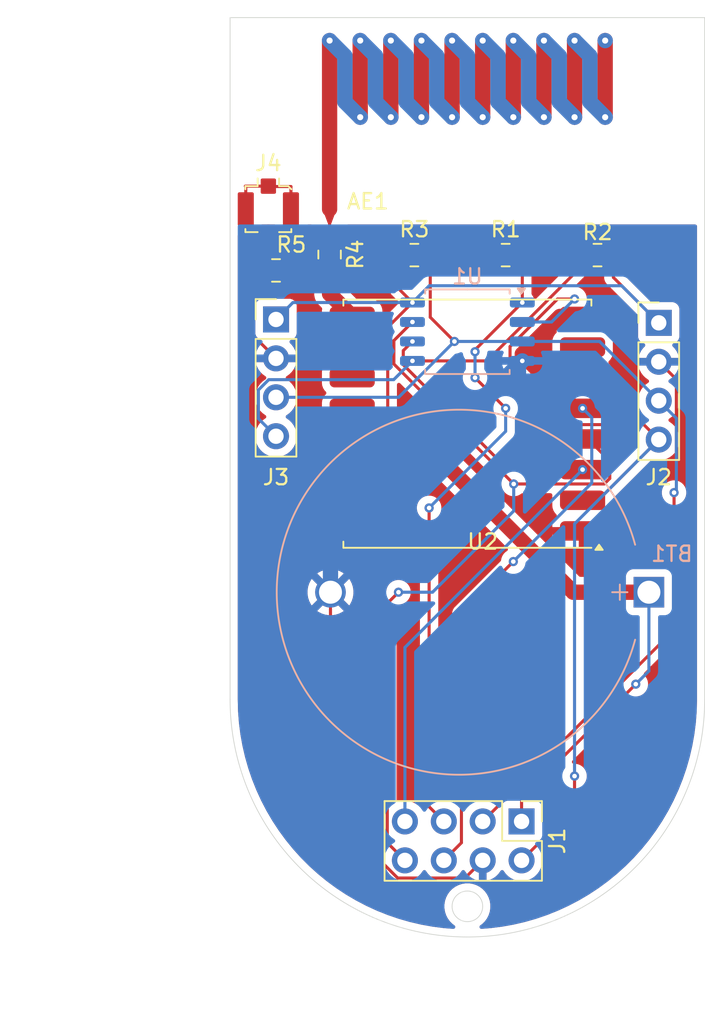
<source format=kicad_pcb>
(kicad_pcb (version 20241229) (generator "pcbnew") (generator_version "9.0")
  (layers (0 "F.Cu" signal) (2 "B.Cu" signal) (13 "F.Paste" user) (15 "B.Paste" user) (5 "F.SilkS" user "F.Silkscreen") (7 "B.SilkS" user "B.Silkscreen") (1 "F.Mask" user) (3 "B.Mask" user) (25 "Edge.Cuts" user))
  (net 0 "")
  (net 1 "GND")
  (net 2 "+3V3")
  (net 3 "RFM_MISO")
  (net 4 "SCL")
  (net 5 "RFM_NSS")
  (net 6 "RFM_MOSI")
  (net 7 "RFM_SCK")
  (net 15 "RST")
  (net 16 "Net-(AE1-A)")
  (net 17 "Net-(J4-In)")
  (net 18 "Net-(U2-ANT)")
  (footprint "Capacitor_SMD:C_0805_2012Metric_Pad1.18x1.45mm_HandSolder" (layer "F.Cu") (at 138.5 55.5 180)
    (property "Reference" "R2" (at 0 1.5 0) (layer "F.SilkS"))
    (property "Value" "10K")
    (fp_line (start -0.261252 0.735) (end 0.261252 0.735) (stroke (width 0.12)) (layer "F.SilkS"))
    (fp_line (start -0.261252 -0.735) (end 0.261252 -0.735) (stroke (width 0.12)) (layer "F.SilkS"))
    (pad "1" smd roundrect (at -1.0375 0 180) (size 1.175 1.45) (layers "F.Cu" "F.Mask" "F.Paste") (roundrect_rratio 0.212766) (net 2 "+3V3"))
    (pad "2" smd roundrect (at 1.0375 0 180) (size 1.175 1.45) (layers "F.Cu" "F.Mask" "F.Paste") (roundrect_rratio 0.212766) (net 3 "RFM_MISO"))
  )
  (footprint "Capacitor_SMD:C_0805_2012Metric_Pad1.18x1.45mm_HandSolder" (layer "F.Cu") (at 132.5 55.5)
    (property "Reference" "R1" (at 0 -1.68 0) (layer "F.SilkS"))
    (property "Value" "0R")
    (fp_line (start -0.261252 -0.735) (end 0.261252 -0.735) (stroke (width 0.12)) (layer "F.SilkS"))
    (fp_line (start -0.261252 0.735) (end 0.261252 0.735) (stroke (width 0.12)) (layer "F.SilkS"))
    (pad "1" smd roundrect (at -1.0375 0) (size 1.175 1.45) (layers "F.Cu" "F.Mask" "F.Paste") (roundrect_rratio 0.212766) (net 2 "+3V3"))
    (pad "2" smd roundrect (at 1.0375 0) (size 1.175 1.45) (layers "F.Cu" "F.Mask" "F.Paste") (roundrect_rratio 0.212766) (net 15 "RST"))
  )
  (footprint "Connector_PinHeader_2.54mm:PinHeader_1x04_P2.54mm_Vertical" (layer "F.Cu") (at 117.5 59.7)
    (property "Reference" "J3" (at 0 10.3 0) (layer "F.SilkS"))
    (property "Value" "Conn_01x04_Pin")
    (fp_line (start -1.33 -1.33) (end 0 -1.33) (stroke (width 0.12)) (layer "F.SilkS"))
    (fp_line (start -1.33 0) (end -1.33 -1.33) (stroke (width 0.12)) (layer "F.SilkS"))
    (fp_line (start -1.33 1.27) (end -1.33 8.95) (stroke (width 0.12)) (layer "F.SilkS"))
    (fp_line (start -1.33 1.27) (end 1.33 1.27) (stroke (width 0.12)) (layer "F.SilkS"))
    (fp_line (start -1.33 8.95) (end 1.33 8.95) (stroke (width 0.12)) (layer "F.SilkS"))
    (fp_line (start 1.33 1.27) (end 1.33 8.95) (stroke (width 0.12)) (layer "F.SilkS"))
    (pad "1" thru_hole rect (at 0 0) (size 1.7 1.7) (drill 1) (layers "*.Cu" "*.Mask") (net 2 "+3V3"))
    (pad "2" thru_hole oval (at 0 2.54) (size 1.7 1.7) (drill 1) (layers "*.Cu" "*.Mask") (net 1 "GND"))
    (pad "3" thru_hole oval (at 0 5.08) (size 1.7 1.7) (drill 1) (layers "*.Cu" "*.Mask") (net 4 "SCL"))
    (pad "4" thru_hole oval (at 0 7.62) (size 1.7 1.7) (drill 1) (layers "*.Cu" "*.Mask") (net 3 "RFM_MISO"))
  )
  (footprint "Connector_PinHeader_2.54mm:PinHeader_1x04_P2.54mm_Vertical" (layer "F.Cu") (at 142.5 59.92)
    (property "Reference" "J2" (at 0 10.08 0) (layer "F.SilkS"))
    (property "Value" "Conn_01x04_Pin")
    (fp_line (start -1.33 -1.33) (end 0 -1.33) (stroke (width 0.12)) (layer "F.SilkS"))
    (fp_line (start -1.33 0) (end -1.33 -1.33) (stroke (width 0.12)) (layer "F.SilkS"))
    (fp_line (start -1.33 1.27) (end -1.33 8.95) (stroke (width 0.12)) (layer "F.SilkS"))
    (fp_line (start -1.33 1.27) (end 1.33 1.27) (stroke (width 0.12)) (layer "F.SilkS"))
    (fp_line (start -1.33 8.95) (end 1.33 8.95) (stroke (width 0.12)) (layer "F.SilkS"))
    (fp_line (start 1.33 1.27) (end 1.33 8.95) (stroke (width 0.12)) (layer "F.SilkS"))
    (pad "1" thru_hole rect (at 0 0) (size 1.7 1.7) (drill 1) (layers "*.Cu" "*.Mask") (net 2 "+3V3"))
    (pad "2" thru_hole oval (at 0 2.54) (size 1.7 1.7) (drill 1) (layers "*.Cu" "*.Mask") (net 1 "GND"))
    (pad "3" thru_hole oval (at 0 5.08) (size 1.7 1.7) (drill 1) (layers "*.Cu" "*.Mask") (net 4 "SCL"))
    (pad "4" thru_hole oval (at 0 7.62) (size 1.7 1.7) (drill 1) (layers "*.Cu" "*.Mask") (net 3 "RFM_MISO"))
  )
  (footprint "RF_Module:HOPERF_RFM9XW_SMD" (layer "F.Cu") (at 130 66.5 180)
    (property "Reference" "U2" (at -1 -7.7 0) (layer "F.SilkS"))
    (property "Value" "RFM95W-868S2")
    (fp_line (start 8.1 8.1) (end 8.1 7.7) (stroke (width 0.12)) (layer "F.SilkS"))
    (fp_line (start 8.1 -8.1) (end 8.1 -7.7) (stroke (width 0.12)) (layer "F.SilkS"))
    (fp_line (start -8.1 8.1) (end 8.1 8.1) (stroke (width 0.12)) (layer "F.SilkS"))
    (fp_line (start -8.1 7.7) (end -8.1 8.1) (stroke (width 0.12)) (layer "F.SilkS"))
    (fp_line (start -8.1 -8.1) (end 8.1 -8.1) (stroke (width 0.12)) (layer "F.SilkS"))
    (fp_poly (pts (xy -8.6 -7.9) (xy -8.84 -8.236) (xy -8.36 -8.236) (xy -8.6 -7.9)) (stroke (width 0.12)) (fill yes) (layer "F.SilkS"))
    (pad "1" smd roundrect (at -7.525 -7 180) (size 2.95 1.27) (layers "F.Cu" "F.Mask" "F.Paste") (net 1 "GND"))
    (pad "2" smd roundrect (at -7.525 -5 180) (size 2.95 1.27) (layers "F.Cu" "F.Mask" "F.Paste") (net 3 "RFM_MISO"))
    (pad "3" smd roundrect (at -7.525 -3 180) (size 2.95 1.27) (layers "F.Cu" "F.Mask" "F.Paste") (net 6 "RFM_MOSI"))
    (pad "4" smd roundrect (at -7.525 -1 180) (size 2.95 1.27) (layers "F.Cu" "F.Mask" "F.Paste") (net 7 "RFM_SCK"))
    (pad "5" smd roundrect (at -7.525 1 180) (size 2.95 1.27) (layers "F.Cu" "F.Mask" "F.Paste") (net 5 "RFM_NSS"))
    (pad "6" smd roundrect (at -7.525 3 180) (size 2.95 1.27) (layers "F.Cu" "F.Mask" "F.Paste"))
    (pad "7" smd roundrect (at -7.525 5 180) (size 2.95 1.27) (layers "F.Cu" "F.Mask" "F.Paste"))
    (pad "8" smd roundrect (at -7.525 7 180) (size 2.95 1.27) (layers "F.Cu" "F.Mask" "F.Paste") (net 1 "GND"))
    (pad "9" smd roundrect (at 7.525 7 180) (size 2.95 1.27) (layers "F.Cu" "F.Mask" "F.Paste") (net 18 "Net-(U2-ANT)"))
    (pad "10" smd roundrect (at 7.525 5 180) (size 2.95 1.27) (layers "F.Cu" "F.Mask" "F.Paste") (net 1 "GND"))
    (pad "11" smd roundrect (at 7.525 3 180) (size 2.95 1.27) (layers "F.Cu" "F.Mask" "F.Paste"))
    (pad "12" smd roundrect (at 7.525 1 180) (size 2.95 1.27) (layers "F.Cu" "F.Mask" "F.Paste"))
    (pad "13" smd roundrect (at 7.525 -1 180) (size 2.95 1.27) (layers "F.Cu" "F.Mask" "F.Paste") (net 2 "+3V3"))
    (pad "14" smd roundrect (at 7.525 -3 180) (size 2.95 1.27) (layers "F.Cu" "F.Mask" "F.Paste"))
    (pad "15" smd roundrect (at 7.525 -5 180) (size 2.95 1.27) (layers "F.Cu" "F.Mask" "F.Paste"))
    (pad "16" smd roundrect (at 7.525 -7 180) (size 2.95 1.27) (layers "F.Cu" "F.Mask" "F.Paste"))
  )
  (footprint "RF_Antenna:Texas_SWRA416_868MHz_915MHz" (layer "F.Cu") (at 130 47.3)
    (property "Reference" "AE1" (at -6.5 4.7 0) (layer "F.SilkS"))
    (property "Value" "Antenna")
    (fp_line (start -9 5.2) (end -9 -5.8) (stroke (width 1)) (layer "F.Cu"))
    (fp_line (start -7 -5.8) (end -7 -0.8) (stroke (width 1)) (layer "F.Cu"))
    (fp_line (start -5 -5.8) (end -5 -0.8) (stroke (width 1)) (layer "F.Cu"))
    (fp_line (start -3 -5.8) (end -3 -0.8) (stroke (width 1)) (layer "F.Cu"))
    (fp_line (start -1 -5.8) (end -1 -0.8) (stroke (width 1)) (layer "F.Cu"))
    (fp_line (start 1 -5.8) (end 1 -0.8) (stroke (width 1)) (layer "F.Cu"))
    (fp_line (start 3 -5.8) (end 3 -0.8) (stroke (width 1)) (layer "F.Cu"))
    (fp_line (start 5 -5.8) (end 5 -0.8) (stroke (width 1)) (layer "F.Cu"))
    (fp_line (start 7 -5.8) (end 7 -0.8) (stroke (width 1)) (layer "F.Cu"))
    (fp_line (start 9 -5.8) (end 9 -0.8) (stroke (width 1)) (layer "F.Cu"))
    (fp_line (start -9 -5.8) (end -8 -4.8) (stroke (width 1)) (layer "B.Cu"))
    (fp_line (start -8 -4.8) (end -8 -1.8) (stroke (width 1)) (layer "B.Cu"))
    (fp_line (start -8 -1.8) (end -7 -0.8) (stroke (width 1)) (layer "B.Cu"))
    (fp_line (start -7 -5.8) (end -6 -4.8) (stroke (width 1)) (layer "B.Cu"))
    (fp_line (start -6 -4.8) (end -6 -1.8) (stroke (width 1)) (layer "B.Cu"))
    (fp_line (start -6 -1.8) (end -5 -0.8) (stroke (width 1)) (layer "B.Cu"))
    (fp_line (start -5 -5.8) (end -4 -4.8) (stroke (width 1)) (layer "B.Cu"))
    (fp_line (start -4 -4.8) (end -4 -1.8) (stroke (width 1)) (layer "B.Cu"))
    (fp_line (start -4 -1.8) (end -3 -0.8) (stroke (width 1)) (layer "B.Cu"))
    (fp_line (start -3 -5.8) (end -2 -4.8) (stroke (width 1)) (layer "B.Cu"))
    (fp_line (start -2 -4.8) (end -2 -1.8) (stroke (width 1)) (layer "B.Cu"))
    (fp_line (start -2 -1.8) (end -1 -0.8) (stroke (width 1)) (layer "B.Cu"))
    (fp_line (start -1 -5.8) (end 0 -4.8) (stroke (width 1)) (layer "B.Cu"))
    (fp_line (start 0 -4.8) (end 0 -1.8) (stroke (width 1)) (layer "B.Cu"))
    (fp_line (start 0 -1.8) (end 1 -0.8) (stroke (width 1)) (layer "B.Cu"))
    (fp_line (start 1 -5.8) (end 2 -4.8) (stroke (width 1)) (layer "B.Cu"))
    (fp_line (start 2 -4.8) (end 2 -1.8) (stroke (width 1)) (layer "B.Cu"))
    (fp_line (start 2 -1.8) (end 3 -0.8) (stroke (width 1)) (layer "B.Cu"))
    (fp_line (start 3 -5.8) (end 4 -4.8) (stroke (width 1)) (layer "B.Cu"))
    (fp_line (start 4 -4.8) (end 4 -1.8) (stroke (width 1)) (layer "B.Cu"))
    (fp_line (start 4 -1.8) (end 5 -0.8) (stroke (width 1)) (layer "B.Cu"))
    (fp_line (start 5 -5.8) (end 6 -4.8) (stroke (width 1)) (layer "B.Cu"))
    (fp_line (start 6 -4.8) (end 6 -1.8) (stroke (width 1)) (layer "B.Cu"))
    (fp_line (start 6 -1.8) (end 7 -0.8) (stroke (width 1)) (layer "B.Cu"))
    (fp_line (start 7 -5.8) (end 8 -4.8) (stroke (width 1)) (layer "B.Cu"))
    (fp_line (start 8 -4.8) (end 8 -1.8) (stroke (width 1)) (layer "B.Cu"))
    (fp_line (start 8 -1.8) (end 9 -0.8) (stroke (width 1)) (layer "B.Cu"))
    (pad "" thru_hole circle (at -9 -5.8 180) (size 1 1) (drill 0.4) (layers "*.Cu"))
    (pad "" thru_hole circle (at -7 -5.8 180) (size 1 1) (drill 0.4) (layers "*.Cu"))
    (pad "" thru_hole circle (at -7 -0.8 180) (size 1 1) (drill 0.4) (layers "*.Cu"))
    (pad "" thru_hole circle (at -5 -5.8 180) (size 1 1) (drill 0.4) (layers "*.Cu"))
    (pad "" thru_hole circle (at -5 -0.8 180) (size 1 1) (drill 0.4) (layers "*.Cu"))
    (pad "" thru_hole circle (at -3 -5.8 180) (size 1 1) (drill 0.4) (layers "*.Cu"))
    (pad "" thru_hole circle (at -3 -0.8 180) (size 1 1) (drill 0.4) (layers "*.Cu"))
    (pad "" thru_hole circle (at -1 -5.8 180) (size 1 1) (drill 0.4) (layers "*.Cu"))
    (pad "" thru_hole circle (at -1 -0.8 180) (size 1 1) (drill 0.4) (layers "*.Cu"))
    (pad "" thru_hole circle (at 1 -5.8 180) (size 1 1) (drill 0.4) (layers "*.Cu"))
    (pad "" thru_hole circle (at 1 -0.8 180) (size 1 1) (drill 0.4) (layers "*.Cu"))
    (pad "" thru_hole circle (at 3 -5.8 180) (size 1 1) (drill 0.4) (layers "*.Cu"))
    (pad "" thru_hole circle (at 3 -0.8 180) (size 1 1) (drill 0.4) (layers "*.Cu"))
    (pad "" thru_hole circle (at 5 -5.8 180) (size 1 1) (drill 0.4) (layers "*.Cu"))
    (pad "" thru_hole circle (at 5 -0.8 180) (size 1 1) (drill 0.4) (layers "*.Cu"))
    (pad "" thru_hole circle (at 7 -5.8 180) (size 1 1) (drill 0.4) (layers "*.Cu"))
    (pad "" thru_hole circle (at 7 -0.8 180) (size 1 1) (drill 0.4) (layers "*.Cu"))
    (pad "" thru_hole circle (at 9 -5.8 180) (size 1 1) (drill 0.4) (layers "*.Cu"))
    (pad "" thru_hole circle (at 9 -0.8 180) (size 1 1) (drill 0.4) (layers "*.Cu"))
    (pad "1" smd trapezoid (at -9 5.9 180) (size 0.4 0.8) (rect_delta 0 0.3) (layers "F.Cu") (net 16 "Net-(AE1-A)"))
    (zone (net 0) (net_name "") (layer "F.Cu") (connect_pads (clearance 0)) (min_thickness 0.254)
      (keepout (tracks allowed) (vias allowed) (pads allowed) (copperpour not_allowed) (footprints not_allowed))
      (fill (thermal_gap 0.508) (thermal_bridge_width 0.508))
      (polygon (pts (xy 120.3 53) (xy 139.7 53) (xy 139.7 40.8) (xy 120.3 40.8)))
    )
  )
  (footprint "Capacitor_SMD:C_0805_2012Metric_Pad1.18x1.45mm_HandSolder" (layer "F.Cu") (at 126.5375 55.5)
    (property "Reference" "R3" (at 0 -1.68 0) (layer "F.SilkS"))
    (property "Value" "10K")
    (fp_line (start -0.261252 -0.735) (end 0.261252 -0.735) (stroke (width 0.12)) (layer "F.SilkS"))
    (fp_line (start -0.261252 0.735) (end 0.261252 0.735) (stroke (width 0.12)) (layer "F.SilkS"))
    (pad "1" smd roundrect (at -1.0375 0) (size 1.175 1.45) (layers "F.Cu" "F.Mask" "F.Paste") (roundrect_rratio 0.212766) (net 2 "+3V3"))
    (pad "2" smd roundrect (at 1.0375 0) (size 1.175 1.45) (layers "F.Cu" "F.Mask" "F.Paste") (roundrect_rratio 0.212766) (net 4 "SCL"))
  )
  (footprint "Capacitor_SMD:C_0805_2012Metric_Pad1.18x1.45mm_HandSolder" (layer "F.Cu") (at 117.5 56.5)
    (property "Reference" "R5" (at 1 -1.68 0) (layer "F.SilkS"))
    (property "Value" "0R")
    (fp_line (start -0.261252 -0.735) (end 0.261252 -0.735) (stroke (width 0.12)) (layer "F.SilkS"))
    (fp_line (start -0.261252 0.735) (end 0.261252 0.735) (stroke (width 0.12)) (layer "F.SilkS"))
    (pad "1" smd roundrect (at -1.0375 0) (size 1.175 1.45) (layers "F.Cu" "F.Mask" "F.Paste") (roundrect_rratio 0.212766) (net 17 "Net-(J4-In)"))
    (pad "2" smd roundrect (at 1.0375 0) (size 1.175 1.45) (layers "F.Cu" "F.Mask" "F.Paste") (roundrect_rratio 0.212766) (net 18 "Net-(U2-ANT)"))
  )
  (footprint "Connector_PinHeader_2.54mm:PinHeader_2x04_P2.54mm_Vertical" (layer "F.Cu") (at 133.54 92.46 -90)
    (property "Reference" "J1" (at 1.27 -2.33 90) (layer "F.SilkS"))
    (property "Value" "Conn_02x04_Counter_Clockwise")
    (fp_line (start -1.33 8.95) (end 3.87 8.95) (stroke (width 0.12)) (layer "F.SilkS"))
    (fp_line (start -1.33 1.27) (end -1.33 8.95) (stroke (width 0.12)) (layer "F.SilkS"))
    (fp_line (start -1.33 1.27) (end 1.27 1.27) (stroke (width 0.12)) (layer "F.SilkS"))
    (fp_line (start 1.27 1.27) (end 1.27 -1.33) (stroke (width 0.12)) (layer "F.SilkS"))
    (fp_line (start -1.33 0) (end -1.33 -1.33) (stroke (width 0.12)) (layer "F.SilkS"))
    (fp_line (start -1.33 -1.33) (end 0 -1.33) (stroke (width 0.12)) (layer "F.SilkS"))
    (fp_line (start 1.27 -1.33) (end 3.87 -1.33) (stroke (width 0.12)) (layer "F.SilkS"))
    (fp_line (start 3.87 -1.33) (end 3.87 8.95) (stroke (width 0.12)) (layer "F.SilkS"))
    (pad "1" thru_hole rect (at 0 0 270) (size 1.7 1.7) (drill 1) (layers "*.Cu" "*.Mask") (net 2 "+3V3"))
    (pad "2" thru_hole oval (at 2.54 0 270) (size 1.7 1.7) (drill 1) (layers "*.Cu" "*.Mask") (net 3 "RFM_MISO"))
    (pad "3" thru_hole oval (at 0 2.54 270) (size 1.7 1.7) (drill 1) (layers "*.Cu" "*.Mask") (net 4 "SCL"))
    (pad "4" thru_hole oval (at 2.54 2.54 270) (size 1.7 1.7) (drill 1) (layers "*.Cu" "*.Mask") (net 1 "GND"))
    (pad "5" thru_hole oval (at 0 5.08 270) (size 1.7 1.7) (drill 1) (layers "*.Cu" "*.Mask") (net 15 "RST"))
    (pad "6" thru_hole oval (at 2.54 5.08 270) (size 1.7 1.7) (drill 1) (layers "*.Cu" "*.Mask") (net 5 "RFM_NSS"))
    (pad "7" thru_hole oval (at 0 7.62 270) (size 1.7 1.7) (drill 1) (layers "*.Cu" "*.Mask") (net 6 "RFM_MOSI"))
    (pad "8" thru_hole oval (at 2.54 7.62 270) (size 1.7 1.7) (drill 1) (layers "*.Cu" "*.Mask") (net 7 "RFM_SCK"))
  )
  (footprint "Connector_Coaxial:U.FL_Molex_MCRF_73412-0110_Vertical" (layer "F.Cu") (at 117 52.5)
    (property "Reference" "J4" (at 0 -3 0) (layer "F.SilkS"))
    (property "Value" "Conn_Coaxial")
    (fp_line (start -1.5 -1.5) (end -0.7 -1.5) (stroke (width 0.12)) (layer "F.SilkS"))
    (fp_line (start -1.5 -1.3) (end -1.5 -1.5) (stroke (width 0.12)) (layer "F.SilkS"))
    (fp_line (start -1.5 1.5) (end -1.5 1.3) (stroke (width 0.12)) (layer "F.SilkS"))
    (fp_line (start -0.7 -1.5) (end -0.7 -2) (stroke (width 0.12)) (layer "F.SilkS"))
    (fp_line (start -0.7 1.5) (end -1.5 1.5) (stroke (width 0.12)) (layer "F.SilkS"))
    (fp_line (start 0.7 -1.5) (end 0.7 -2) (stroke (width 0.12)) (layer "F.SilkS"))
    (fp_line (start 0.7 -1.5) (end 1.3 -1.5) (stroke (width 0.12)) (layer "F.SilkS"))
    (fp_line (start 1.3 -1.5) (end 1.5 -1.3) (stroke (width 0.12)) (layer "F.SilkS"))
    (fp_line (start 1.5 1.3) (end 1.5 1.5) (stroke (width 0.12)) (layer "F.SilkS"))
    (fp_line (start 1.5 1.5) (end 0.7 1.5) (stroke (width 0.12)) (layer "F.SilkS"))
    (pad "1" smd roundrect (at 0 1.5 180) (size 1 1) (layers "F.Cu" "F.Mask" "F.Paste") (roundrect_rratio 0.1) (net 17 "Net-(J4-In)"))
    (pad "2" smd roundrect (at -1.475 0 180) (size 1.05 2.2) (layers "F.Cu" "F.Mask" "F.Paste") (roundrect_rratio 0.1) (net 1 "GND"))
    (pad "2" smd roundrect (at 0 -1.5 180) (size 1 1) (layers "F.Cu" "F.Mask" "F.Paste") (roundrect_rratio 0.1) (net 1 "GND"))
    (pad "2" smd roundrect (at 1.475 0 180) (size 1.05 2.2) (layers "F.Cu" "F.Mask" "F.Paste") (roundrect_rratio 0.1) (net 1 "GND"))
  )
  (footprint "Capacitor_SMD:C_0805_2012Metric_Pad1.18x1.45mm_HandSolder" (layer "F.Cu") (at 121 55.4625 -90)
    (property "Reference" "R4" (at 0 -1.68 90) (layer "F.SilkS"))
    (property "Value" "0R")
    (fp_line (start -0.261252 0.735) (end 0.261252 0.735) (stroke (width 0.12)) (layer "F.SilkS"))
    (fp_line (start -0.261252 -0.735) (end 0.261252 -0.735) (stroke (width 0.12)) (layer "F.SilkS"))
    (pad "1" smd roundrect (at -1.0375 0 270) (size 1.175 1.45) (layers "F.Cu" "F.Mask" "F.Paste") (roundrect_rratio 0.212766) (net 16 "Net-(AE1-A)"))
    (pad "2" smd roundrect (at 1.0375 0 270) (size 1.175 1.45) (layers "F.Cu" "F.Mask" "F.Paste") (roundrect_rratio 0.212766) (net 18 "Net-(U2-ANT)"))
  )
  (footprint "Package_SO:SOIC-8_5.3x5.3mm_P1.27mm" (layer "B.Cu") (at 130 60.5 180)
    (property "Reference" "U1" (at 0 3.6 0) (layer "B.SilkS") (effects (justify mirror)))
    (property "Value" "ATtiny85V-10S")
    (fp_line (start 2.76 2.76) (end 2.76 2.49) (stroke (width 0.12)) (layer "B.SilkS"))
    (fp_line (start 2.76 -2.76) (end 2.76 -2.49) (stroke (width 0.12)) (layer "B.SilkS"))
    (fp_line (start 0 2.76) (end 2.76 2.76) (stroke (width 0.12)) (layer "B.SilkS"))
    (fp_line (start 0 2.76) (end -2.76 2.76) (stroke (width 0.12)) (layer "B.SilkS"))
    (fp_line (start 0 -2.76) (end 2.76 -2.76) (stroke (width 0.12)) (layer "B.SilkS"))
    (fp_line (start 0 -2.76) (end -2.76 -2.76) (stroke (width 0.12)) (layer "B.SilkS"))
    (fp_line (start -2.76 2.76) (end -2.76 2.49) (stroke (width 0.12)) (layer "B.SilkS"))
    (fp_line (start -2.76 -2.76) (end -2.76 -2.49) (stroke (width 0.12)) (layer "B.SilkS"))
    (fp_poly (pts (xy -3.525 2.49) (xy -3.765 2.82) (xy -3.285 2.82) (xy -3.525 2.49)) (stroke (width 0.12)) (fill yes) (layer "B.SilkS"))
    (pad "1" smd roundrect (at -3.5875 1.905 180) (size 1.625 0.65) (layers "B.Cu" "B.Mask" "B.Paste") (net 15 "RST"))
    (pad "2" smd roundrect (at -3.5875 0.635 180) (size 1.625 0.65) (layers "B.Cu" "B.Mask" "B.Paste") (net 5 "RFM_NSS"))
    (pad "3" smd roundrect (at -3.5875 -0.635 180) (size 1.625 0.65) (layers "B.Cu" "B.Mask" "B.Paste") (net 4 "SCL"))
    (pad "4" smd roundrect (at -3.5875 -1.905 180) (size 1.625 0.65) (layers "B.Cu" "B.Mask" "B.Paste") (net 1 "GND"))
    (pad "5" smd roundrect (at 3.5875 -1.905 180) (size 1.625 0.65) (layers "B.Cu" "B.Mask" "B.Paste") (net 3 "RFM_MISO"))
    (pad "6" smd roundrect (at 3.5875 -0.635 180) (size 1.625 0.65) (layers "B.Cu" "B.Mask" "B.Paste") (net 6 "RFM_MOSI"))
    (pad "7" smd roundrect (at 3.5875 0.635 180) (size 1.625 0.65) (layers "B.Cu" "B.Mask" "B.Paste") (net 7 "RFM_SCK"))
    (pad "8" smd roundrect (at 3.5875 1.905 180) (size 1.625 0.65) (layers "B.Cu" "B.Mask" "B.Paste") (net 2 "+3V3"))
  )
  (footprint "Battery:BatteryHolder_MYOUNG_BS-07-A1BJ001_CR2032" (layer "B.Cu") (at 141.857455 77.5 180)
    (property "Reference" "BT1" (at -1.5 2.5 0) (layer "B.SilkS") (effects (justify mirror)))
    (property "Value" "Batt")
    (fp_line (start 1.9 0.5) (end 1.9 -0.5) (stroke (width 0.12)) (layer "B.SilkS"))
    (fp_line (start 1.4 0) (end 2.4 0) (stroke (width 0.12)) (layer "B.SilkS"))
    (fp_arc (start 0.900001 -3.1) (mid 24.310499 0) (end 0.900001 3.1) (stroke (width 0.12)) (layer "B.SilkS"))
    (pad "1" thru_hole rect (at 0 0) (size 2 2) (drill 1.5) (layers "*.Cu" "*.Mask") (net 2 "+3V3"))
    (pad "2" thru_hole circle (at 20.8 0) (size 2 2) (drill 1.5) (layers "*.Cu" "*.Mask") (net 1 "GND"))
  )
  (gr_line (start 145.5 40) (end 145.5 84.5) (stroke (width 0.05)) (layer "Edge.Cuts"))
  (gr_arc (start 145.5 84.5) (mid 130 100) (end 114.5 84.5) (stroke (width 0.05)) (layer "Edge.Cuts"))
  (gr_line (start 114.5 50) (end 114.5 84.5) (stroke (width 0.05)) (layer "Edge.Cuts"))
  (gr_line (start 114.5 50) (end 114.5 40) (stroke (width 0.05)) (layer "Edge.Cuts"))
  (gr_circle (center 130 98) (end 131 98) (stroke (width 0.05)) (fill no) (layer "Edge.Cuts"))
  (gr_line (start 114.5 40) (end 145.5 40) (stroke (width 0.05)) (layer "Edge.Cuts"))
  (segment (start 142.5 62.46) (end 140.46 62.46) (width 0.2) (layer "F.Cu") (net 1))
  (segment (start 140.46 62.46) (end 140 62) (width 0.2) (layer "F.Cu") (net 1))
  (segment (start 140 60.5) (end 139 59.5) (width 0.2) (layer "F.Cu") (net 1))
  (segment (start 129.849 96.151) (end 125.44324 96.151) (width 0.2) (layer "F.Cu") (net 1))
  (segment (start 115.525 52.5) (end 115.525 60.265) (width 0.2) (layer "F.Cu") (net 1))
  (segment (start 133.5875 61.9625) (end 133.5875 62.405) (width 1) (layer "F.Cu") (net 1))
  (segment (start 137.525 59.5) (end 136.05 59.5) (width 0.2) (layer "F.Cu") (net 1))
  (segment (start 139 73.5) (end 143.651 68.849) (width 0.2) (layer "F.Cu") (net 1))
  (segment (start 139 59.5) (end 137.525 59.5) (width 0.2) (layer "F.Cu") (net 1))
  (segment (start 115.525 60.265) (end 117.5 62.24) (width 0.2) (layer "F.Cu") (net 1))
  (segment (start 117 51) (end 117 51.025) (width 0.2) (layer "F.Cu") (net 1))
  (segment (start 118.475 51.025) (end 118.475 52.5) (width 0.2) (layer "F.Cu") (net 1))
  (segment (start 140 62) (end 140 60.5) (width 0.2) (layer "F.Cu") (net 1))
  (segment (start 136.05 59.5) (end 133.5875 61.9625) (width 1) (layer "F.Cu") (net 1))
  (segment (start 121.057455 91.765215) (end 121.057455 77.5) (width 0.2) (layer "F.Cu") (net 1))
  (segment (start 117.5 62.24) (end 121.735 62.24) (width 0.2) (layer "F.Cu") (net 1))
  (segment (start 125.44324 96.151) (end 121.057455 91.765215) (width 0.2) (layer "F.Cu") (net 1))
  (segment (start 115.5 51) (end 117 51) (width 0.2) (layer "F.Cu") (net 1))
  (segment (start 131 95) (end 129.849 96.151) (width 0.2) (layer "F.Cu") (net 1))
  (segment (start 121.735 62.24) (end 122.475 61.5) (width 0.2) (layer "F.Cu") (net 1))
  (segment (start 117 51) (end 117.025 51.025) (width 0.2) (layer "F.Cu") (net 1))
  (segment (start 115.525 52.5) (end 115.525 51.025) (width 0.2) (layer "F.Cu") (net 1))
  (segment (start 115.525 51.025) (end 115.5 51) (width 0.2) (layer "F.Cu") (net 1))
  (segment (start 117.025 51.025) (end 118.475 51.025) (width 0.2) (layer "F.Cu") (net 1))
  (segment (start 143.651 68.849) (end 143.651 63.611) (width 0.2) (layer "F.Cu") (net 1))
  (segment (start 137.525 73.5) (end 139 73.5) (width 0.2) (layer "F.Cu") (net 1))
  (segment (start 143.651 63.611) (end 142.5 62.46) (width 0.2) (layer "F.Cu") (net 1))
  (via (at 133.5875 62.405) (size 0.6) (drill 0.3) (layers "F.Cu" "B.Cu") (net 1))
  (segment (start 133.5875 62.405) (end 121.057455 74.935045) (width 1) (layer "B.Cu") (net 1))
  (segment (start 121.057455 74.935045) (end 121.057455 77.5) (width 1) (layer "B.Cu") (net 1))
  (segment (start 126.4125 58.595) (end 124.798061 60.209439) (width 0.2) (layer "F.Cu") (net 2))
  (segment (start 125.5 57.6825) (end 126.4125 58.595) (width 0.2) (layer "F.Cu") (net 2))
  (segment (start 139.5375 56.9575) (end 142.5 59.92) (width 0.2) (layer "F.Cu") (net 2))
  (segment (start 133.54 92.46) (end 133.54 90.96) (width 0.2) (layer "F.Cu") (net 2))
  (segment (start 126.526 54.474) (end 125.5 55.5) (width 0.2) (layer "F.Cu") (net 2))
  (segment (start 139.5375 55.5) (end 139.5375 56.9575) (width 0.2) (layer "F.Cu") (net 2))
  (segment (start 141.857455 77.5) (end 136.9141 77.5) (width 1) (layer "F.Cu") (net 2))
  (segment (start 133.54 90.96) (end 141 83.5) (width 0.2) (layer "F.Cu") (net 2))
  (segment (start 131.4625 55.5) (end 130.4365 54.474) (width 0.2) (layer "F.Cu") (net 2))
  (segment (start 124.798061 66.651939) (end 123.95 67.5) (width 0.2) (layer "F.Cu") (net 2))
  (segment (start 125.5 55.5) (end 125.5 57.6825) (width 0.2) (layer "F.Cu") (net 2))
  (segment (start 136.9141 77.5) (end 126.9141 67.5) (width 1) (layer "F.Cu") (net 2))
  (segment (start 124.798061 60.209439) (end 124.798061 66.651939) (width 0.2) (layer "F.Cu") (net 2))
  (segment (start 126.9141 67.5) (end 122.475 67.5) (width 1) (layer "F.Cu") (net 2))
  (segment (start 130.4365 54.474) (end 126.526 54.474) (width 0.2) (layer "F.Cu") (net 2))
  (segment (start 123.95 67.5) (end 122.475 67.5) (width 0.2) (layer "F.Cu") (net 2))
  (via (at 126.4125 58.595) (size 0.6) (drill 0.3) (layers "F.Cu" "B.Cu") (net 2))
  (via (at 141 83.5) (size 0.6) (drill 0.3) (layers "F.Cu" "B.Cu") (net 2))
  (segment (start 141 83.5) (end 141.857455 82.642545) (width 0.2) (layer "B.Cu") (net 2))
  (segment (start 126.4125 58.595) (end 118.605 58.595) (width 0.2) (layer "B.Cu") (net 2))
  (segment (start 127.5075 57.5) (end 140.08 57.5) (width 0.2) (layer "B.Cu") (net 2))
  (segment (start 141.857455 82.642545) (end 141.857455 77.5) (width 0.2) (layer "B.Cu") (net 2))
  (segment (start 126.4125 58.595) (end 127.5075 57.5) (width 0.2) (layer "B.Cu") (net 2))
  (segment (start 118.605 58.595) (end 117.5 59.7) (width 0.2) (layer "B.Cu") (net 2))
  (segment (start 140.08 57.5) (end 142.5 59.92) (width 0.2) (layer "B.Cu") (net 2))
  (segment (start 131.2825 62.405) (end 126.4125 62.405) (width 0.2) (layer "F.Cu") (net 3))
  (segment (start 137 91.54) (end 137 89.5) (width 0.2) (layer "F.Cu") (net 3))
  (segment (start 137.4625 55.5) (end 137.4625 56.225) (width 0.2) (layer "F.Cu") (net 3))
  (segment (start 141.524 66.564) (end 135.4415 66.564) (width 0.2) (layer "F.Cu") (net 3))
  (segment (start 135.4415 66.564) (end 131.2825 62.405) (width 0.2) (layer "F.Cu") (net 3))
  (segment (start 137.4625 56.225) (end 131.2825 62.405) (width 0.2) (layer "F.Cu") (net 3))
  (segment (start 142.5 67.54) (end 138.54 71.5) (width 0.2) (layer "F.Cu") (net 3))
  (segment (start 142.5 67.54) (end 141.524 66.564) (width 0.2) (layer "F.Cu") (net 3))
  (segment (start 133.54 95) (end 137 91.54) (width 0.2) (layer "F.Cu") (net 3))
  (segment (start 138.54 71.5) (end 137.525 71.5) (width 0.2) (layer "F.Cu") (net 3))
  (via (at 126.4125 62.405) (size 0.6) (drill 0.3) (layers "F.Cu" "B.Cu") (net 3))
  (via (at 137 89.5) (size 0.6) (drill 0.3) (layers "F.Cu" "B.Cu") (net 3))
  (segment (start 137 89.5) (end 137 73.04) (width 0.2) (layer "B.Cu") (net 3))
  (segment (start 116.349 64.30324) (end 116.349 66.169) (width 0.2) (layer "B.Cu") (net 3))
  (segment (start 125.1885 63.629) (end 117.02324 63.629) (width 0.2) (layer "B.Cu") (net 3))
  (segment (start 116.349 66.169) (end 117.5 67.32) (width 0.2) (layer "B.Cu") (net 3))
  (segment (start 126.4125 62.405) (end 125.1885 63.629) (width 0.2) (layer "B.Cu") (net 3))
  (segment (start 137 73.04) (end 142.5 67.54) (width 0.2) (layer "B.Cu") (net 3))
  (segment (start 117.02324 63.629) (end 116.349 64.30324) (width 0.2) (layer "B.Cu") (net 3))
  (segment (start 127.575 55.5) (end 127.575 59.55501) (width 0.2) (layer "F.Cu") (net 4))
  (segment (start 143.5 79.96) (end 143.5 71) (width 0.2) (layer "F.Cu") (net 4))
  (segment (start 131 92.46) (end 143.5 79.96) (width 0.2) (layer "F.Cu") (net 4))
  (segment (start 127.575 59.55501) (end 129.15499 61.135) (width 0.2) (layer "F.Cu") (net 4))
  (via (at 129.15499 61.135) (size 0.6) (drill 0.3) (layers "F.Cu" "B.Cu") (net 4))
  (via (at 143.5 71) (size 0.6) (drill 0.3) (layers "F.Cu" "B.Cu") (net 4))
  (segment (start 125.50999 64.78) (end 117.5 64.78) (width 0.2) (layer "B.Cu") (net 4))
  (segment (start 129.15499 61.135) (end 125.50999 64.78) (width 0.2) (layer "B.Cu") (net 4))
  (segment (start 143.5 71) (end 143.651 70.849) (width 0.2) (layer "B.Cu") (net 4))
  (segment (start 133.5875 61.135) (end 129.15499 61.135) (width 0.2) (layer "B.Cu") (net 4))
  (segment (start 143.651 70.849) (end 143.651 66.151) (width 0.2) (layer "B.Cu") (net 4))
  (segment (start 133.5875 61.135) (end 138.635 61.135) (width 0.2) (layer "B.Cu") (net 4))
  (segment (start 143.651 66.151) (end 142.5 65) (width 0.2) (layer "B.Cu") (net 4))
  (segment (start 138.635 61.135) (end 142.5 65) (width 0.2) (layer "B.Cu") (net 4))
  (segment (start 128.46 95) (end 129.611 93.849) (width 0.2) (layer "F.Cu") (net 5))
  (segment (start 137.525 65.5) (end 135.549715 65.5) (width 0.2) (layer "F.Cu") (net 5))
  (segment (start 135.8896 58.365) (end 137 58.365) (width 0.2) (layer "F.Cu") (net 5))
  (segment (start 132.7865 61.4681) (end 134.1273 60.1273) (width 0.2) (layer "F.Cu") (net 5))
  (segment (start 135.549715 65.5) (end 132.7865 62.736785) (width 0.2) (layer "F.Cu") (net 5))
  (segment (start 129.611 93.849) (end 129.611 78.889) (width 0.2) (layer "F.Cu") (net 5))
  (segment (start 129.611 78.889) (end 133 75.5) (width 0.2) (layer "F.Cu") (net 5))
  (segment (start 132.7865 62.736785) (end 132.7865 61.4681) (width 0.2) (layer "F.Cu") (net 5))
  (segment (start 134.1273 60.1273) (end 135.8896 58.365) (width 0.2) (layer "F.Cu") (net 5))
  (via (at 133 75.5) (size 0.6) (drill 0.3) (layers "F.Cu" "B.Cu") (net 5))
  (via (at 137 58.365) (size 0.6) (drill 0.3) (layers "F.Cu" "B.Cu") (net 5))
  (via (at 137.525 65.5) (size 0.6) (drill 0.3) (layers "F.Cu" "B.Cu") (net 5))
  (segment (start 133 75.5) (end 138.126 70.374) (width 0.2) (layer "B.Cu") (net 5))
  (segment (start 138.126 66.101) (end 137.525 65.5) (width 0.2) (layer "B.Cu") (net 5))
  (segment (start 135.5 59.865) (end 133.5875 59.865) (width 0.2) (layer "B.Cu") (net 5))
  (segment (start 138.126 70.374) (end 138.126 66.101) (width 0.2) (layer "B.Cu") (net 5))
  (segment (start 137 58.365) (end 135.5 59.865) (width 0.2) (layer "B.Cu") (net 5))
  (segment (start 125.8115 61.736) (end 126.4125 61.135) (width 0.2) (layer "F.Cu") (net 6))
  (segment (start 137.525 69.5) (end 132.657557 69.5) (width 0.2) (layer "F.Cu") (net 6))
  (segment (start 125.8115 62.653943) (end 125.8115 61.736) (width 0.2) (layer "F.Cu") (net 6))
  (segment (start 132.657557 69.5) (end 125.8115 62.653943) (width 0.2) (layer "F.Cu") (net 6))
  (via (at 137.525 69.5) (size 0.6) (drill 0.3) (layers "F.Cu" "B.Cu") (net 6))
  (via (at 126.4125 61.135) (size 0.6) (drill 0.3) (layers "F.Cu" "B.Cu") (net 6))
  (segment (start 125.92 81.105) (end 137.525 69.5) (width 0.2) (layer "B.Cu") (net 6))
  (segment (start 125.92 92.46) (end 125.92 81.105) (width 0.2) (layer "B.Cu") (net 6))
  (segment (start 125.92 95) (end 124.769 93.849) (width 0.2) (layer "F.Cu") (net 7))
  (segment (start 124.769 78.231) (end 125.5 77.5) (width 0.2) (layer "F.Cu") (net 7))
  (segment (start 125.199061 61.078439) (end 126.4125 59.865) (width 0.2) (layer "F.Cu") (net 7))
  (segment (start 138.938692 70.436) (end 133.026457 70.436) (width 0.2) (layer "F.Cu") (net 7))
  (segment (start 137.525 67.5) (end 137.874692 67.5) (width 0.2) (layer "F.Cu") (net 7))
  (segment (start 139.301 70.073692) (end 138.938692 70.436) (width 0.2) (layer "F.Cu") (net 7))
  (segment (start 125.199061 62.608604) (end 125.199061 61.078439) (width 0.2) (layer "F.Cu") (net 7))
  (segment (start 124.769 93.849) (end 124.769 78.231) (width 0.2) (layer "F.Cu") (net 7))
  (segment (start 133.026457 70.436) (end 125.199061 62.608604) (width 0.2) (layer "F.Cu") (net 7))
  (segment (start 137.874692 67.5) (end 139.301 68.926308) (width 0.2) (layer "F.Cu") (net 7))
  (segment (start 139.301 68.926308) (end 139.301 70.073692) (width 0.2) (layer "F.Cu") (net 7))
  (via (at 133.026457 70.436) (size 0.6) (drill 0.3) (layers "F.Cu" "B.Cu") (net 7))
  (via (at 126.4125 59.865) (size 0.6) (drill 0.3) (layers "F.Cu" "B.Cu") (net 7))
  (via (at 125.5 77.5) (size 0.6) (drill 0.3) (layers "F.Cu" "B.Cu") (net 7))
  (segment (start 133.026457 72.198143) (end 133.026457 70.436) (width 0.2) (layer "B.Cu") (net 7))
  (segment (start 125.5 77.5) (end 127.7246 77.5) (width 0.2) (layer "B.Cu") (net 7))
  (segment (start 127.7246 77.5) (end 133.026457 72.198143) (width 0.2) (layer "B.Cu") (net 7))
  (segment (start 133.5875 55.55) (end 133.5875 58.595) (width 0.2) (layer "F.Cu") (net 15))
  (segment (start 127.5 91.5) (end 127.5 72) (width 0.2) (layer "F.Cu") (net 15))
  (segment (start 132.5 65.5) (end 130.5 63.5) (width 0.2) (layer "F.Cu") (net 15))
  (segment (start 128.46 92.46) (end 127.5 91.5) (width 0.2) (layer "F.Cu") (net 15))
  (segment (start 130.5 61.805) (end 130.5 61.6825) (width 0.2) (layer "F.Cu") (net 15))
  (segment (start 133.5375 55.5) (end 133.5875 55.55) (width 0.2) (layer "F.Cu") (net 15))
  (segment (start 130.5 61.6825) (end 133.5875 58.595) (width 0.2) (layer "F.Cu") (net 15))
  (via (at 130.5 63.5) (size 0.6) (drill 0.3) (layers "F.Cu" "B.Cu") (net 15))
  (via (at 127.5 72) (size 0.6) (drill 0.3) (layers "F.Cu" "B.Cu") (net 15))
  (via (at 130.5 61.805) (size 0.6) (drill 0.3) (layers "F.Cu" "B.Cu") (net 15))
  (via (at 133.5875 58.595) (size 0.6) (drill 0.3) (layers "F.Cu" "B.Cu") (net 15))
  (via (at 132.5 65.5) (size 0.6) (drill 0.3) (layers "F.Cu" "B.Cu") (net 15))
  (segment (start 130.5 63.5) (end 130.5 61.805) (width 0.2) (layer "B.Cu") (net 15))
  (segment (start 132.5 67) (end 132.5 65.5) (width 0.2) (layer "B.Cu") (net 15))
  (segment (start 127.5 72) (end 132.5 67) (width 0.2) (layer "B.Cu") (net 15))
  (segment (start 121 54.425) (end 121 53.301) (width 0.2) (layer "F.Cu") (net 16))
  (segment (start 116.4625 54.5375) (end 117 54) (width 1) (layer "F.Cu") (net 17))
  (segment (start 116.4625 56.5) (end 116.4625 54.5375) (width 1) (layer "F.Cu") (net 17))
  (segment (start 121 58.025) (end 121 56.5) (width 1) (layer "F.Cu") (net 18))
  (segment (start 122.475 59.5) (end 121 58.025) (width 1) (layer "F.Cu") (net 18))
  (segment (start 121 56.5) (end 118.5375 56.5) (width 1) (layer "F.Cu") (net 18))
  (zone (net 1) (net_name "GND") (layers "F.Cu" "B.Cu") (connect_pads (clearance 0.5)) (min_thickness 0.25) (fill yes (thermal_gap 0.5) (thermal_bridge_width 0.5))
    (polygon (pts (xy 114.5 53.5) (xy 145.5 53.5) (xy 145.5 101) (xy 114.5 101)))
  )
)
</source>
